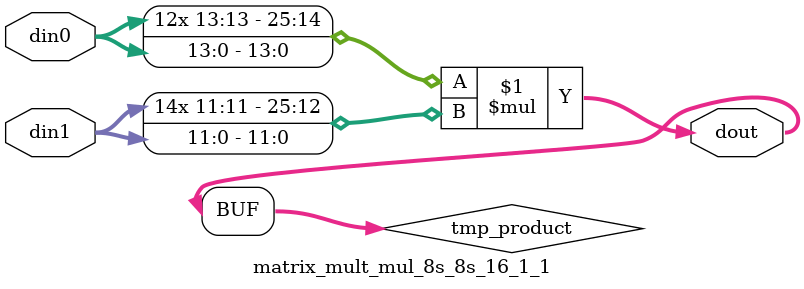
<source format=v>

`timescale 1 ns / 1 ps

 module matrix_mult_mul_8s_8s_16_1_1(din0, din1, dout);
parameter ID = 1;
parameter NUM_STAGE = 0;
parameter din0_WIDTH = 14;
parameter din1_WIDTH = 12;
parameter dout_WIDTH = 26;

input [din0_WIDTH - 1 : 0] din0; 
input [din1_WIDTH - 1 : 0] din1; 
output [dout_WIDTH - 1 : 0] dout;

wire signed [dout_WIDTH - 1 : 0] tmp_product;



























assign tmp_product = $signed(din0) * $signed(din1);








assign dout = tmp_product;





















endmodule

</source>
